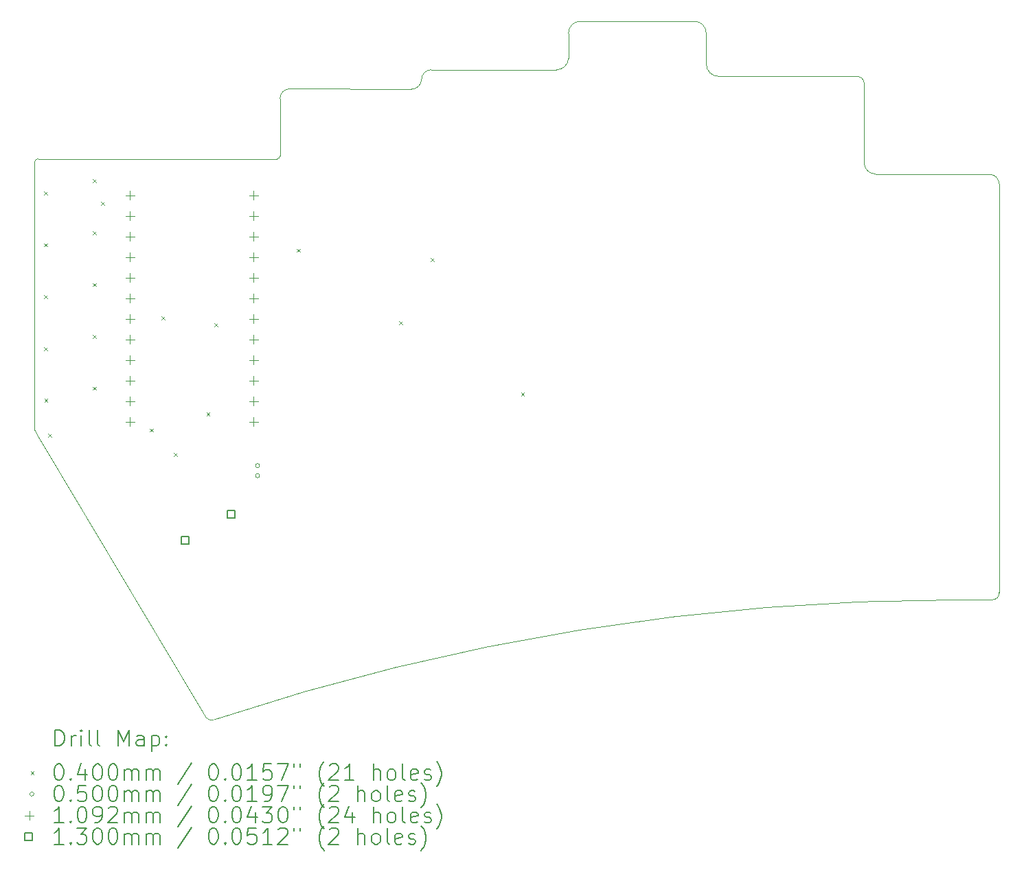
<source format=gbr>
%TF.GenerationSoftware,KiCad,Pcbnew,7.0.6*%
%TF.CreationDate,2024-09-20T23:27:32+02:00*%
%TF.ProjectId,KoalaKeeb_v0.2_right,4b6f616c-614b-4656-9562-5f76302e325f,rev?*%
%TF.SameCoordinates,Original*%
%TF.FileFunction,Drillmap*%
%TF.FilePolarity,Positive*%
%FSLAX45Y45*%
G04 Gerber Fmt 4.5, Leading zero omitted, Abs format (unit mm)*
G04 Created by KiCad (PCBNEW 7.0.6) date 2024-09-20 23:27:32*
%MOMM*%
%LPD*%
G01*
G04 APERTURE LIST*
%ADD10C,0.100000*%
%ADD11C,0.200000*%
%ADD12C,0.040000*%
%ADD13C,0.050000*%
%ADD14C,0.109220*%
%ADD15C,0.130000*%
G04 APERTURE END LIST*
D10*
X10395331Y-2753086D02*
G75*
G03*
X10541397Y-2612960I-3J146195D01*
G01*
X12241397Y-2302960D02*
G75*
G03*
X12091397Y-2152960I-150000J0D01*
G01*
X8606250Y-2992648D02*
G75*
G03*
X8730981Y-2872960I-4J124841D01*
G01*
X12241397Y-2682960D02*
G75*
G03*
X12391397Y-2832960I150000J0D01*
G01*
X15771397Y-9292960D02*
G75*
G03*
X15851000Y-9205000I0J80000D01*
G01*
X4005397Y-3851960D02*
X6924397Y-3852960D01*
X8851397Y-2752542D02*
G75*
G03*
X8730981Y-2872960I0J-120416D01*
G01*
X12241397Y-2682960D02*
X12241397Y-2302960D01*
X15301397Y-9295600D02*
X15771397Y-9292960D01*
X6948397Y-3852957D02*
G75*
G03*
X6987390Y-3813875I2999J36000D01*
G01*
X15851812Y-4162960D02*
G75*
G03*
X15731398Y-4042544I-120417J-2D01*
G01*
X6986128Y-3108107D02*
X6986397Y-3813960D01*
X6077397Y-10748960D02*
X3986397Y-7242960D01*
X15851000Y-9205000D02*
X15851397Y-5902960D01*
X4005397Y-3851957D02*
G75*
G03*
X3957397Y-3899960I0J-48000D01*
G01*
X14099397Y-2833960D02*
X12391397Y-2832960D01*
X3957396Y-7180960D02*
G75*
G03*
X3961926Y-7201196I43001J-997D01*
G01*
X3961926Y-7201196D02*
X3986397Y-7242960D01*
X6077527Y-10748867D02*
G75*
G03*
X6181090Y-10772039I64870J46909D01*
G01*
X10541397Y-2302960D02*
X10541397Y-2612960D01*
X15731398Y-4042544D02*
X14512397Y-4040960D01*
X10395331Y-2753086D02*
X8851397Y-2752960D01*
X7106544Y-2987688D02*
G75*
G03*
X6986128Y-3108107I3J-120419D01*
G01*
X12091397Y-2152960D02*
X10691397Y-2152960D01*
X3957397Y-3899960D02*
X3957397Y-7180960D01*
X15301397Y-9295600D02*
G75*
G03*
X6181090Y-10772039I0J-28907360D01*
G01*
X6924397Y-3852960D02*
X6948397Y-3852960D01*
X15851812Y-4162960D02*
X15851397Y-5182960D01*
X8606250Y-2992650D02*
X7106544Y-2987691D01*
X10691397Y-2152960D02*
G75*
G03*
X10541397Y-2302960I0J-150000D01*
G01*
X15851397Y-5182960D02*
X15851397Y-5902960D01*
X14188397Y-3901960D02*
G75*
G03*
X14326397Y-4038964I138000J1000D01*
G01*
X14326397Y-4038964D02*
X14512397Y-4040960D01*
X14188402Y-2923960D02*
X14188397Y-3901960D01*
X14188402Y-2923960D02*
G75*
G03*
X14099397Y-2833960I-90005J0D01*
G01*
D11*
D12*
X4078000Y-5534000D02*
X4118000Y-5574000D01*
X4118000Y-5534000D02*
X4078000Y-5574000D01*
X4079000Y-4254000D02*
X4119000Y-4294000D01*
X4119000Y-4254000D02*
X4079000Y-4294000D01*
X4079000Y-6175000D02*
X4119000Y-6215000D01*
X4119000Y-6175000D02*
X4079000Y-6215000D01*
X4080000Y-4894000D02*
X4120000Y-4934000D01*
X4120000Y-4894000D02*
X4080000Y-4934000D01*
X4082000Y-6814000D02*
X4122000Y-6854000D01*
X4122000Y-6814000D02*
X4082000Y-6854000D01*
X4127000Y-7245000D02*
X4167000Y-7285000D01*
X4167000Y-7245000D02*
X4127000Y-7285000D01*
X4677000Y-4104000D02*
X4717000Y-4144000D01*
X4717000Y-4104000D02*
X4677000Y-4144000D01*
X4679000Y-4744000D02*
X4719000Y-4784000D01*
X4719000Y-4744000D02*
X4679000Y-4784000D01*
X4679000Y-5386000D02*
X4719000Y-5426000D01*
X4719000Y-5386000D02*
X4679000Y-5426000D01*
X4679000Y-6025000D02*
X4719000Y-6065000D01*
X4719000Y-6025000D02*
X4679000Y-6065000D01*
X4679000Y-6665000D02*
X4719000Y-6705000D01*
X4719000Y-6665000D02*
X4679000Y-6705000D01*
X4780000Y-4380000D02*
X4820000Y-4420000D01*
X4820000Y-4380000D02*
X4780000Y-4420000D01*
X5380000Y-7180000D02*
X5420000Y-7220000D01*
X5420000Y-7180000D02*
X5380000Y-7220000D01*
X5528000Y-5795000D02*
X5568000Y-5835000D01*
X5568000Y-5795000D02*
X5528000Y-5835000D01*
X5680000Y-7480000D02*
X5720000Y-7520000D01*
X5720000Y-7480000D02*
X5680000Y-7520000D01*
X6080000Y-6980000D02*
X6120000Y-7020000D01*
X6120000Y-6980000D02*
X6080000Y-7020000D01*
X6180000Y-5880000D02*
X6220000Y-5920000D01*
X6220000Y-5880000D02*
X6180000Y-5920000D01*
X7194000Y-4962000D02*
X7234000Y-5002000D01*
X7234000Y-4962000D02*
X7194000Y-5002000D01*
X8453000Y-5854000D02*
X8493000Y-5894000D01*
X8493000Y-5854000D02*
X8453000Y-5894000D01*
X8845000Y-5079000D02*
X8885000Y-5119000D01*
X8885000Y-5079000D02*
X8845000Y-5119000D01*
X9958000Y-6736000D02*
X9998000Y-6776000D01*
X9998000Y-6736000D02*
X9958000Y-6776000D01*
D13*
X6734600Y-7637500D02*
G75*
G03*
X6734600Y-7637500I-25000J0D01*
G01*
X6734600Y-7762500D02*
G75*
G03*
X6734600Y-7762500I-25000J0D01*
G01*
D14*
X5138000Y-4248390D02*
X5138000Y-4357610D01*
X5083390Y-4303000D02*
X5192610Y-4303000D01*
X5138000Y-4502390D02*
X5138000Y-4611610D01*
X5083390Y-4557000D02*
X5192610Y-4557000D01*
X5138000Y-4756390D02*
X5138000Y-4865610D01*
X5083390Y-4811000D02*
X5192610Y-4811000D01*
X5138000Y-5010390D02*
X5138000Y-5119610D01*
X5083390Y-5065000D02*
X5192610Y-5065000D01*
X5138000Y-5264390D02*
X5138000Y-5373610D01*
X5083390Y-5319000D02*
X5192610Y-5319000D01*
X5138000Y-5518390D02*
X5138000Y-5627610D01*
X5083390Y-5573000D02*
X5192610Y-5573000D01*
X5138000Y-5772390D02*
X5138000Y-5881610D01*
X5083390Y-5827000D02*
X5192610Y-5827000D01*
X5138000Y-6026390D02*
X5138000Y-6135610D01*
X5083390Y-6081000D02*
X5192610Y-6081000D01*
X5138000Y-6280390D02*
X5138000Y-6389610D01*
X5083390Y-6335000D02*
X5192610Y-6335000D01*
X5138000Y-6534390D02*
X5138000Y-6643610D01*
X5083390Y-6589000D02*
X5192610Y-6589000D01*
X5138000Y-6788390D02*
X5138000Y-6897610D01*
X5083390Y-6843000D02*
X5192610Y-6843000D01*
X5138000Y-7042390D02*
X5138000Y-7151610D01*
X5083390Y-7097000D02*
X5192610Y-7097000D01*
X6662000Y-4248390D02*
X6662000Y-4357610D01*
X6607390Y-4303000D02*
X6716610Y-4303000D01*
X6662000Y-4502390D02*
X6662000Y-4611610D01*
X6607390Y-4557000D02*
X6716610Y-4557000D01*
X6662000Y-4756390D02*
X6662000Y-4865610D01*
X6607390Y-4811000D02*
X6716610Y-4811000D01*
X6662000Y-5010390D02*
X6662000Y-5119610D01*
X6607390Y-5065000D02*
X6716610Y-5065000D01*
X6662000Y-5264390D02*
X6662000Y-5373610D01*
X6607390Y-5319000D02*
X6716610Y-5319000D01*
X6662000Y-5518390D02*
X6662000Y-5627610D01*
X6607390Y-5573000D02*
X6716610Y-5573000D01*
X6662000Y-5772390D02*
X6662000Y-5881610D01*
X6607390Y-5827000D02*
X6716610Y-5827000D01*
X6662000Y-6026390D02*
X6662000Y-6135610D01*
X6607390Y-6081000D02*
X6716610Y-6081000D01*
X6662000Y-6280390D02*
X6662000Y-6389610D01*
X6607390Y-6335000D02*
X6716610Y-6335000D01*
X6662000Y-6534390D02*
X6662000Y-6643610D01*
X6607390Y-6589000D02*
X6716610Y-6589000D01*
X6662000Y-6788390D02*
X6662000Y-6897610D01*
X6607390Y-6843000D02*
X6716610Y-6843000D01*
X6662000Y-7042390D02*
X6662000Y-7151610D01*
X6607390Y-7097000D02*
X6716610Y-7097000D01*
D15*
X5864504Y-8608462D02*
X5864504Y-8516538D01*
X5772579Y-8516538D01*
X5772579Y-8608462D01*
X5864504Y-8608462D01*
X6427421Y-8283462D02*
X6427421Y-8191538D01*
X6335496Y-8191538D01*
X6335496Y-8283462D01*
X6427421Y-8283462D01*
D11*
X4213161Y-11098495D02*
X4213161Y-10898495D01*
X4213161Y-10898495D02*
X4260780Y-10898495D01*
X4260780Y-10898495D02*
X4289351Y-10908018D01*
X4289351Y-10908018D02*
X4308399Y-10927066D01*
X4308399Y-10927066D02*
X4317923Y-10946114D01*
X4317923Y-10946114D02*
X4327447Y-10984209D01*
X4327447Y-10984209D02*
X4327447Y-11012780D01*
X4327447Y-11012780D02*
X4317923Y-11050876D01*
X4317923Y-11050876D02*
X4308399Y-11069923D01*
X4308399Y-11069923D02*
X4289351Y-11088971D01*
X4289351Y-11088971D02*
X4260780Y-11098495D01*
X4260780Y-11098495D02*
X4213161Y-11098495D01*
X4413161Y-11098495D02*
X4413161Y-10965161D01*
X4413161Y-11003257D02*
X4422685Y-10984209D01*
X4422685Y-10984209D02*
X4432208Y-10974685D01*
X4432208Y-10974685D02*
X4451256Y-10965161D01*
X4451256Y-10965161D02*
X4470304Y-10965161D01*
X4536970Y-11098495D02*
X4536970Y-10965161D01*
X4536970Y-10898495D02*
X4527447Y-10908018D01*
X4527447Y-10908018D02*
X4536970Y-10917542D01*
X4536970Y-10917542D02*
X4546494Y-10908018D01*
X4546494Y-10908018D02*
X4536970Y-10898495D01*
X4536970Y-10898495D02*
X4536970Y-10917542D01*
X4660780Y-11098495D02*
X4641732Y-11088971D01*
X4641732Y-11088971D02*
X4632208Y-11069923D01*
X4632208Y-11069923D02*
X4632208Y-10898495D01*
X4765542Y-11098495D02*
X4746494Y-11088971D01*
X4746494Y-11088971D02*
X4736970Y-11069923D01*
X4736970Y-11069923D02*
X4736970Y-10898495D01*
X4994113Y-11098495D02*
X4994113Y-10898495D01*
X4994113Y-10898495D02*
X5060780Y-11041352D01*
X5060780Y-11041352D02*
X5127447Y-10898495D01*
X5127447Y-10898495D02*
X5127447Y-11098495D01*
X5308399Y-11098495D02*
X5308399Y-10993733D01*
X5308399Y-10993733D02*
X5298875Y-10974685D01*
X5298875Y-10974685D02*
X5279828Y-10965161D01*
X5279828Y-10965161D02*
X5241732Y-10965161D01*
X5241732Y-10965161D02*
X5222685Y-10974685D01*
X5308399Y-11088971D02*
X5289351Y-11098495D01*
X5289351Y-11098495D02*
X5241732Y-11098495D01*
X5241732Y-11098495D02*
X5222685Y-11088971D01*
X5222685Y-11088971D02*
X5213161Y-11069923D01*
X5213161Y-11069923D02*
X5213161Y-11050876D01*
X5213161Y-11050876D02*
X5222685Y-11031828D01*
X5222685Y-11031828D02*
X5241732Y-11022304D01*
X5241732Y-11022304D02*
X5289351Y-11022304D01*
X5289351Y-11022304D02*
X5308399Y-11012780D01*
X5403637Y-10965161D02*
X5403637Y-11165161D01*
X5403637Y-10974685D02*
X5422685Y-10965161D01*
X5422685Y-10965161D02*
X5460780Y-10965161D01*
X5460780Y-10965161D02*
X5479828Y-10974685D01*
X5479828Y-10974685D02*
X5489351Y-10984209D01*
X5489351Y-10984209D02*
X5498875Y-11003257D01*
X5498875Y-11003257D02*
X5498875Y-11060399D01*
X5498875Y-11060399D02*
X5489351Y-11079447D01*
X5489351Y-11079447D02*
X5479828Y-11088971D01*
X5479828Y-11088971D02*
X5460780Y-11098495D01*
X5460780Y-11098495D02*
X5422685Y-11098495D01*
X5422685Y-11098495D02*
X5403637Y-11088971D01*
X5584589Y-11079447D02*
X5594113Y-11088971D01*
X5594113Y-11088971D02*
X5584589Y-11098495D01*
X5584589Y-11098495D02*
X5575066Y-11088971D01*
X5575066Y-11088971D02*
X5584589Y-11079447D01*
X5584589Y-11079447D02*
X5584589Y-11098495D01*
X5584589Y-10974685D02*
X5594113Y-10984209D01*
X5594113Y-10984209D02*
X5584589Y-10993733D01*
X5584589Y-10993733D02*
X5575066Y-10984209D01*
X5575066Y-10984209D02*
X5584589Y-10974685D01*
X5584589Y-10974685D02*
X5584589Y-10993733D01*
D12*
X3912384Y-11407011D02*
X3952384Y-11447011D01*
X3952384Y-11407011D02*
X3912384Y-11447011D01*
D11*
X4251256Y-11318495D02*
X4270304Y-11318495D01*
X4270304Y-11318495D02*
X4289351Y-11328018D01*
X4289351Y-11328018D02*
X4298875Y-11337542D01*
X4298875Y-11337542D02*
X4308399Y-11356590D01*
X4308399Y-11356590D02*
X4317923Y-11394685D01*
X4317923Y-11394685D02*
X4317923Y-11442304D01*
X4317923Y-11442304D02*
X4308399Y-11480399D01*
X4308399Y-11480399D02*
X4298875Y-11499447D01*
X4298875Y-11499447D02*
X4289351Y-11508971D01*
X4289351Y-11508971D02*
X4270304Y-11518495D01*
X4270304Y-11518495D02*
X4251256Y-11518495D01*
X4251256Y-11518495D02*
X4232208Y-11508971D01*
X4232208Y-11508971D02*
X4222685Y-11499447D01*
X4222685Y-11499447D02*
X4213161Y-11480399D01*
X4213161Y-11480399D02*
X4203637Y-11442304D01*
X4203637Y-11442304D02*
X4203637Y-11394685D01*
X4203637Y-11394685D02*
X4213161Y-11356590D01*
X4213161Y-11356590D02*
X4222685Y-11337542D01*
X4222685Y-11337542D02*
X4232208Y-11328018D01*
X4232208Y-11328018D02*
X4251256Y-11318495D01*
X4403637Y-11499447D02*
X4413161Y-11508971D01*
X4413161Y-11508971D02*
X4403637Y-11518495D01*
X4403637Y-11518495D02*
X4394113Y-11508971D01*
X4394113Y-11508971D02*
X4403637Y-11499447D01*
X4403637Y-11499447D02*
X4403637Y-11518495D01*
X4584589Y-11385161D02*
X4584589Y-11518495D01*
X4536970Y-11308971D02*
X4489351Y-11451828D01*
X4489351Y-11451828D02*
X4613161Y-11451828D01*
X4727447Y-11318495D02*
X4746494Y-11318495D01*
X4746494Y-11318495D02*
X4765542Y-11328018D01*
X4765542Y-11328018D02*
X4775066Y-11337542D01*
X4775066Y-11337542D02*
X4784589Y-11356590D01*
X4784589Y-11356590D02*
X4794113Y-11394685D01*
X4794113Y-11394685D02*
X4794113Y-11442304D01*
X4794113Y-11442304D02*
X4784589Y-11480399D01*
X4784589Y-11480399D02*
X4775066Y-11499447D01*
X4775066Y-11499447D02*
X4765542Y-11508971D01*
X4765542Y-11508971D02*
X4746494Y-11518495D01*
X4746494Y-11518495D02*
X4727447Y-11518495D01*
X4727447Y-11518495D02*
X4708399Y-11508971D01*
X4708399Y-11508971D02*
X4698875Y-11499447D01*
X4698875Y-11499447D02*
X4689351Y-11480399D01*
X4689351Y-11480399D02*
X4679828Y-11442304D01*
X4679828Y-11442304D02*
X4679828Y-11394685D01*
X4679828Y-11394685D02*
X4689351Y-11356590D01*
X4689351Y-11356590D02*
X4698875Y-11337542D01*
X4698875Y-11337542D02*
X4708399Y-11328018D01*
X4708399Y-11328018D02*
X4727447Y-11318495D01*
X4917923Y-11318495D02*
X4936970Y-11318495D01*
X4936970Y-11318495D02*
X4956018Y-11328018D01*
X4956018Y-11328018D02*
X4965542Y-11337542D01*
X4965542Y-11337542D02*
X4975066Y-11356590D01*
X4975066Y-11356590D02*
X4984589Y-11394685D01*
X4984589Y-11394685D02*
X4984589Y-11442304D01*
X4984589Y-11442304D02*
X4975066Y-11480399D01*
X4975066Y-11480399D02*
X4965542Y-11499447D01*
X4965542Y-11499447D02*
X4956018Y-11508971D01*
X4956018Y-11508971D02*
X4936970Y-11518495D01*
X4936970Y-11518495D02*
X4917923Y-11518495D01*
X4917923Y-11518495D02*
X4898875Y-11508971D01*
X4898875Y-11508971D02*
X4889351Y-11499447D01*
X4889351Y-11499447D02*
X4879828Y-11480399D01*
X4879828Y-11480399D02*
X4870304Y-11442304D01*
X4870304Y-11442304D02*
X4870304Y-11394685D01*
X4870304Y-11394685D02*
X4879828Y-11356590D01*
X4879828Y-11356590D02*
X4889351Y-11337542D01*
X4889351Y-11337542D02*
X4898875Y-11328018D01*
X4898875Y-11328018D02*
X4917923Y-11318495D01*
X5070304Y-11518495D02*
X5070304Y-11385161D01*
X5070304Y-11404209D02*
X5079828Y-11394685D01*
X5079828Y-11394685D02*
X5098875Y-11385161D01*
X5098875Y-11385161D02*
X5127447Y-11385161D01*
X5127447Y-11385161D02*
X5146494Y-11394685D01*
X5146494Y-11394685D02*
X5156018Y-11413733D01*
X5156018Y-11413733D02*
X5156018Y-11518495D01*
X5156018Y-11413733D02*
X5165542Y-11394685D01*
X5165542Y-11394685D02*
X5184589Y-11385161D01*
X5184589Y-11385161D02*
X5213161Y-11385161D01*
X5213161Y-11385161D02*
X5232209Y-11394685D01*
X5232209Y-11394685D02*
X5241732Y-11413733D01*
X5241732Y-11413733D02*
X5241732Y-11518495D01*
X5336970Y-11518495D02*
X5336970Y-11385161D01*
X5336970Y-11404209D02*
X5346494Y-11394685D01*
X5346494Y-11394685D02*
X5365542Y-11385161D01*
X5365542Y-11385161D02*
X5394113Y-11385161D01*
X5394113Y-11385161D02*
X5413161Y-11394685D01*
X5413161Y-11394685D02*
X5422685Y-11413733D01*
X5422685Y-11413733D02*
X5422685Y-11518495D01*
X5422685Y-11413733D02*
X5432209Y-11394685D01*
X5432209Y-11394685D02*
X5451256Y-11385161D01*
X5451256Y-11385161D02*
X5479828Y-11385161D01*
X5479828Y-11385161D02*
X5498875Y-11394685D01*
X5498875Y-11394685D02*
X5508399Y-11413733D01*
X5508399Y-11413733D02*
X5508399Y-11518495D01*
X5898875Y-11308971D02*
X5727447Y-11566114D01*
X6156018Y-11318495D02*
X6175066Y-11318495D01*
X6175066Y-11318495D02*
X6194113Y-11328018D01*
X6194113Y-11328018D02*
X6203637Y-11337542D01*
X6203637Y-11337542D02*
X6213161Y-11356590D01*
X6213161Y-11356590D02*
X6222685Y-11394685D01*
X6222685Y-11394685D02*
X6222685Y-11442304D01*
X6222685Y-11442304D02*
X6213161Y-11480399D01*
X6213161Y-11480399D02*
X6203637Y-11499447D01*
X6203637Y-11499447D02*
X6194113Y-11508971D01*
X6194113Y-11508971D02*
X6175066Y-11518495D01*
X6175066Y-11518495D02*
X6156018Y-11518495D01*
X6156018Y-11518495D02*
X6136970Y-11508971D01*
X6136970Y-11508971D02*
X6127447Y-11499447D01*
X6127447Y-11499447D02*
X6117923Y-11480399D01*
X6117923Y-11480399D02*
X6108399Y-11442304D01*
X6108399Y-11442304D02*
X6108399Y-11394685D01*
X6108399Y-11394685D02*
X6117923Y-11356590D01*
X6117923Y-11356590D02*
X6127447Y-11337542D01*
X6127447Y-11337542D02*
X6136970Y-11328018D01*
X6136970Y-11328018D02*
X6156018Y-11318495D01*
X6308399Y-11499447D02*
X6317923Y-11508971D01*
X6317923Y-11508971D02*
X6308399Y-11518495D01*
X6308399Y-11518495D02*
X6298875Y-11508971D01*
X6298875Y-11508971D02*
X6308399Y-11499447D01*
X6308399Y-11499447D02*
X6308399Y-11518495D01*
X6441732Y-11318495D02*
X6460780Y-11318495D01*
X6460780Y-11318495D02*
X6479828Y-11328018D01*
X6479828Y-11328018D02*
X6489351Y-11337542D01*
X6489351Y-11337542D02*
X6498875Y-11356590D01*
X6498875Y-11356590D02*
X6508399Y-11394685D01*
X6508399Y-11394685D02*
X6508399Y-11442304D01*
X6508399Y-11442304D02*
X6498875Y-11480399D01*
X6498875Y-11480399D02*
X6489351Y-11499447D01*
X6489351Y-11499447D02*
X6479828Y-11508971D01*
X6479828Y-11508971D02*
X6460780Y-11518495D01*
X6460780Y-11518495D02*
X6441732Y-11518495D01*
X6441732Y-11518495D02*
X6422685Y-11508971D01*
X6422685Y-11508971D02*
X6413161Y-11499447D01*
X6413161Y-11499447D02*
X6403637Y-11480399D01*
X6403637Y-11480399D02*
X6394113Y-11442304D01*
X6394113Y-11442304D02*
X6394113Y-11394685D01*
X6394113Y-11394685D02*
X6403637Y-11356590D01*
X6403637Y-11356590D02*
X6413161Y-11337542D01*
X6413161Y-11337542D02*
X6422685Y-11328018D01*
X6422685Y-11328018D02*
X6441732Y-11318495D01*
X6698875Y-11518495D02*
X6584590Y-11518495D01*
X6641732Y-11518495D02*
X6641732Y-11318495D01*
X6641732Y-11318495D02*
X6622685Y-11347066D01*
X6622685Y-11347066D02*
X6603637Y-11366114D01*
X6603637Y-11366114D02*
X6584590Y-11375637D01*
X6879828Y-11318495D02*
X6784590Y-11318495D01*
X6784590Y-11318495D02*
X6775066Y-11413733D01*
X6775066Y-11413733D02*
X6784590Y-11404209D01*
X6784590Y-11404209D02*
X6803637Y-11394685D01*
X6803637Y-11394685D02*
X6851256Y-11394685D01*
X6851256Y-11394685D02*
X6870304Y-11404209D01*
X6870304Y-11404209D02*
X6879828Y-11413733D01*
X6879828Y-11413733D02*
X6889351Y-11432780D01*
X6889351Y-11432780D02*
X6889351Y-11480399D01*
X6889351Y-11480399D02*
X6879828Y-11499447D01*
X6879828Y-11499447D02*
X6870304Y-11508971D01*
X6870304Y-11508971D02*
X6851256Y-11518495D01*
X6851256Y-11518495D02*
X6803637Y-11518495D01*
X6803637Y-11518495D02*
X6784590Y-11508971D01*
X6784590Y-11508971D02*
X6775066Y-11499447D01*
X6956018Y-11318495D02*
X7089351Y-11318495D01*
X7089351Y-11318495D02*
X7003637Y-11518495D01*
X7156018Y-11318495D02*
X7156018Y-11356590D01*
X7232209Y-11318495D02*
X7232209Y-11356590D01*
X7527447Y-11594685D02*
X7517923Y-11585161D01*
X7517923Y-11585161D02*
X7498875Y-11556590D01*
X7498875Y-11556590D02*
X7489352Y-11537542D01*
X7489352Y-11537542D02*
X7479828Y-11508971D01*
X7479828Y-11508971D02*
X7470304Y-11461352D01*
X7470304Y-11461352D02*
X7470304Y-11423256D01*
X7470304Y-11423256D02*
X7479828Y-11375637D01*
X7479828Y-11375637D02*
X7489352Y-11347066D01*
X7489352Y-11347066D02*
X7498875Y-11328018D01*
X7498875Y-11328018D02*
X7517923Y-11299447D01*
X7517923Y-11299447D02*
X7527447Y-11289923D01*
X7594113Y-11337542D02*
X7603637Y-11328018D01*
X7603637Y-11328018D02*
X7622685Y-11318495D01*
X7622685Y-11318495D02*
X7670304Y-11318495D01*
X7670304Y-11318495D02*
X7689352Y-11328018D01*
X7689352Y-11328018D02*
X7698875Y-11337542D01*
X7698875Y-11337542D02*
X7708399Y-11356590D01*
X7708399Y-11356590D02*
X7708399Y-11375637D01*
X7708399Y-11375637D02*
X7698875Y-11404209D01*
X7698875Y-11404209D02*
X7584590Y-11518495D01*
X7584590Y-11518495D02*
X7708399Y-11518495D01*
X7898875Y-11518495D02*
X7784590Y-11518495D01*
X7841732Y-11518495D02*
X7841732Y-11318495D01*
X7841732Y-11318495D02*
X7822685Y-11347066D01*
X7822685Y-11347066D02*
X7803637Y-11366114D01*
X7803637Y-11366114D02*
X7784590Y-11375637D01*
X8136971Y-11518495D02*
X8136971Y-11318495D01*
X8222685Y-11518495D02*
X8222685Y-11413733D01*
X8222685Y-11413733D02*
X8213161Y-11394685D01*
X8213161Y-11394685D02*
X8194114Y-11385161D01*
X8194114Y-11385161D02*
X8165542Y-11385161D01*
X8165542Y-11385161D02*
X8146494Y-11394685D01*
X8146494Y-11394685D02*
X8136971Y-11404209D01*
X8346494Y-11518495D02*
X8327447Y-11508971D01*
X8327447Y-11508971D02*
X8317923Y-11499447D01*
X8317923Y-11499447D02*
X8308399Y-11480399D01*
X8308399Y-11480399D02*
X8308399Y-11423256D01*
X8308399Y-11423256D02*
X8317923Y-11404209D01*
X8317923Y-11404209D02*
X8327447Y-11394685D01*
X8327447Y-11394685D02*
X8346494Y-11385161D01*
X8346494Y-11385161D02*
X8375066Y-11385161D01*
X8375066Y-11385161D02*
X8394114Y-11394685D01*
X8394114Y-11394685D02*
X8403637Y-11404209D01*
X8403637Y-11404209D02*
X8413161Y-11423256D01*
X8413161Y-11423256D02*
X8413161Y-11480399D01*
X8413161Y-11480399D02*
X8403637Y-11499447D01*
X8403637Y-11499447D02*
X8394114Y-11508971D01*
X8394114Y-11508971D02*
X8375066Y-11518495D01*
X8375066Y-11518495D02*
X8346494Y-11518495D01*
X8527447Y-11518495D02*
X8508399Y-11508971D01*
X8508399Y-11508971D02*
X8498876Y-11489923D01*
X8498876Y-11489923D02*
X8498876Y-11318495D01*
X8679828Y-11508971D02*
X8660780Y-11518495D01*
X8660780Y-11518495D02*
X8622685Y-11518495D01*
X8622685Y-11518495D02*
X8603637Y-11508971D01*
X8603637Y-11508971D02*
X8594114Y-11489923D01*
X8594114Y-11489923D02*
X8594114Y-11413733D01*
X8594114Y-11413733D02*
X8603637Y-11394685D01*
X8603637Y-11394685D02*
X8622685Y-11385161D01*
X8622685Y-11385161D02*
X8660780Y-11385161D01*
X8660780Y-11385161D02*
X8679828Y-11394685D01*
X8679828Y-11394685D02*
X8689352Y-11413733D01*
X8689352Y-11413733D02*
X8689352Y-11432780D01*
X8689352Y-11432780D02*
X8594114Y-11451828D01*
X8765542Y-11508971D02*
X8784590Y-11518495D01*
X8784590Y-11518495D02*
X8822685Y-11518495D01*
X8822685Y-11518495D02*
X8841733Y-11508971D01*
X8841733Y-11508971D02*
X8851257Y-11489923D01*
X8851257Y-11489923D02*
X8851257Y-11480399D01*
X8851257Y-11480399D02*
X8841733Y-11461352D01*
X8841733Y-11461352D02*
X8822685Y-11451828D01*
X8822685Y-11451828D02*
X8794114Y-11451828D01*
X8794114Y-11451828D02*
X8775066Y-11442304D01*
X8775066Y-11442304D02*
X8765542Y-11423256D01*
X8765542Y-11423256D02*
X8765542Y-11413733D01*
X8765542Y-11413733D02*
X8775066Y-11394685D01*
X8775066Y-11394685D02*
X8794114Y-11385161D01*
X8794114Y-11385161D02*
X8822685Y-11385161D01*
X8822685Y-11385161D02*
X8841733Y-11394685D01*
X8917923Y-11594685D02*
X8927447Y-11585161D01*
X8927447Y-11585161D02*
X8946495Y-11556590D01*
X8946495Y-11556590D02*
X8956018Y-11537542D01*
X8956018Y-11537542D02*
X8965542Y-11508971D01*
X8965542Y-11508971D02*
X8975066Y-11461352D01*
X8975066Y-11461352D02*
X8975066Y-11423256D01*
X8975066Y-11423256D02*
X8965542Y-11375637D01*
X8965542Y-11375637D02*
X8956018Y-11347066D01*
X8956018Y-11347066D02*
X8946495Y-11328018D01*
X8946495Y-11328018D02*
X8927447Y-11299447D01*
X8927447Y-11299447D02*
X8917923Y-11289923D01*
D13*
X3952384Y-11691011D02*
G75*
G03*
X3952384Y-11691011I-25000J0D01*
G01*
D11*
X4251256Y-11582495D02*
X4270304Y-11582495D01*
X4270304Y-11582495D02*
X4289351Y-11592018D01*
X4289351Y-11592018D02*
X4298875Y-11601542D01*
X4298875Y-11601542D02*
X4308399Y-11620590D01*
X4308399Y-11620590D02*
X4317923Y-11658685D01*
X4317923Y-11658685D02*
X4317923Y-11706304D01*
X4317923Y-11706304D02*
X4308399Y-11744399D01*
X4308399Y-11744399D02*
X4298875Y-11763447D01*
X4298875Y-11763447D02*
X4289351Y-11772971D01*
X4289351Y-11772971D02*
X4270304Y-11782495D01*
X4270304Y-11782495D02*
X4251256Y-11782495D01*
X4251256Y-11782495D02*
X4232208Y-11772971D01*
X4232208Y-11772971D02*
X4222685Y-11763447D01*
X4222685Y-11763447D02*
X4213161Y-11744399D01*
X4213161Y-11744399D02*
X4203637Y-11706304D01*
X4203637Y-11706304D02*
X4203637Y-11658685D01*
X4203637Y-11658685D02*
X4213161Y-11620590D01*
X4213161Y-11620590D02*
X4222685Y-11601542D01*
X4222685Y-11601542D02*
X4232208Y-11592018D01*
X4232208Y-11592018D02*
X4251256Y-11582495D01*
X4403637Y-11763447D02*
X4413161Y-11772971D01*
X4413161Y-11772971D02*
X4403637Y-11782495D01*
X4403637Y-11782495D02*
X4394113Y-11772971D01*
X4394113Y-11772971D02*
X4403637Y-11763447D01*
X4403637Y-11763447D02*
X4403637Y-11782495D01*
X4594113Y-11582495D02*
X4498875Y-11582495D01*
X4498875Y-11582495D02*
X4489351Y-11677733D01*
X4489351Y-11677733D02*
X4498875Y-11668209D01*
X4498875Y-11668209D02*
X4517923Y-11658685D01*
X4517923Y-11658685D02*
X4565542Y-11658685D01*
X4565542Y-11658685D02*
X4584589Y-11668209D01*
X4584589Y-11668209D02*
X4594113Y-11677733D01*
X4594113Y-11677733D02*
X4603637Y-11696780D01*
X4603637Y-11696780D02*
X4603637Y-11744399D01*
X4603637Y-11744399D02*
X4594113Y-11763447D01*
X4594113Y-11763447D02*
X4584589Y-11772971D01*
X4584589Y-11772971D02*
X4565542Y-11782495D01*
X4565542Y-11782495D02*
X4517923Y-11782495D01*
X4517923Y-11782495D02*
X4498875Y-11772971D01*
X4498875Y-11772971D02*
X4489351Y-11763447D01*
X4727447Y-11582495D02*
X4746494Y-11582495D01*
X4746494Y-11582495D02*
X4765542Y-11592018D01*
X4765542Y-11592018D02*
X4775066Y-11601542D01*
X4775066Y-11601542D02*
X4784589Y-11620590D01*
X4784589Y-11620590D02*
X4794113Y-11658685D01*
X4794113Y-11658685D02*
X4794113Y-11706304D01*
X4794113Y-11706304D02*
X4784589Y-11744399D01*
X4784589Y-11744399D02*
X4775066Y-11763447D01*
X4775066Y-11763447D02*
X4765542Y-11772971D01*
X4765542Y-11772971D02*
X4746494Y-11782495D01*
X4746494Y-11782495D02*
X4727447Y-11782495D01*
X4727447Y-11782495D02*
X4708399Y-11772971D01*
X4708399Y-11772971D02*
X4698875Y-11763447D01*
X4698875Y-11763447D02*
X4689351Y-11744399D01*
X4689351Y-11744399D02*
X4679828Y-11706304D01*
X4679828Y-11706304D02*
X4679828Y-11658685D01*
X4679828Y-11658685D02*
X4689351Y-11620590D01*
X4689351Y-11620590D02*
X4698875Y-11601542D01*
X4698875Y-11601542D02*
X4708399Y-11592018D01*
X4708399Y-11592018D02*
X4727447Y-11582495D01*
X4917923Y-11582495D02*
X4936970Y-11582495D01*
X4936970Y-11582495D02*
X4956018Y-11592018D01*
X4956018Y-11592018D02*
X4965542Y-11601542D01*
X4965542Y-11601542D02*
X4975066Y-11620590D01*
X4975066Y-11620590D02*
X4984589Y-11658685D01*
X4984589Y-11658685D02*
X4984589Y-11706304D01*
X4984589Y-11706304D02*
X4975066Y-11744399D01*
X4975066Y-11744399D02*
X4965542Y-11763447D01*
X4965542Y-11763447D02*
X4956018Y-11772971D01*
X4956018Y-11772971D02*
X4936970Y-11782495D01*
X4936970Y-11782495D02*
X4917923Y-11782495D01*
X4917923Y-11782495D02*
X4898875Y-11772971D01*
X4898875Y-11772971D02*
X4889351Y-11763447D01*
X4889351Y-11763447D02*
X4879828Y-11744399D01*
X4879828Y-11744399D02*
X4870304Y-11706304D01*
X4870304Y-11706304D02*
X4870304Y-11658685D01*
X4870304Y-11658685D02*
X4879828Y-11620590D01*
X4879828Y-11620590D02*
X4889351Y-11601542D01*
X4889351Y-11601542D02*
X4898875Y-11592018D01*
X4898875Y-11592018D02*
X4917923Y-11582495D01*
X5070304Y-11782495D02*
X5070304Y-11649161D01*
X5070304Y-11668209D02*
X5079828Y-11658685D01*
X5079828Y-11658685D02*
X5098875Y-11649161D01*
X5098875Y-11649161D02*
X5127447Y-11649161D01*
X5127447Y-11649161D02*
X5146494Y-11658685D01*
X5146494Y-11658685D02*
X5156018Y-11677733D01*
X5156018Y-11677733D02*
X5156018Y-11782495D01*
X5156018Y-11677733D02*
X5165542Y-11658685D01*
X5165542Y-11658685D02*
X5184589Y-11649161D01*
X5184589Y-11649161D02*
X5213161Y-11649161D01*
X5213161Y-11649161D02*
X5232209Y-11658685D01*
X5232209Y-11658685D02*
X5241732Y-11677733D01*
X5241732Y-11677733D02*
X5241732Y-11782495D01*
X5336970Y-11782495D02*
X5336970Y-11649161D01*
X5336970Y-11668209D02*
X5346494Y-11658685D01*
X5346494Y-11658685D02*
X5365542Y-11649161D01*
X5365542Y-11649161D02*
X5394113Y-11649161D01*
X5394113Y-11649161D02*
X5413161Y-11658685D01*
X5413161Y-11658685D02*
X5422685Y-11677733D01*
X5422685Y-11677733D02*
X5422685Y-11782495D01*
X5422685Y-11677733D02*
X5432209Y-11658685D01*
X5432209Y-11658685D02*
X5451256Y-11649161D01*
X5451256Y-11649161D02*
X5479828Y-11649161D01*
X5479828Y-11649161D02*
X5498875Y-11658685D01*
X5498875Y-11658685D02*
X5508399Y-11677733D01*
X5508399Y-11677733D02*
X5508399Y-11782495D01*
X5898875Y-11572971D02*
X5727447Y-11830114D01*
X6156018Y-11582495D02*
X6175066Y-11582495D01*
X6175066Y-11582495D02*
X6194113Y-11592018D01*
X6194113Y-11592018D02*
X6203637Y-11601542D01*
X6203637Y-11601542D02*
X6213161Y-11620590D01*
X6213161Y-11620590D02*
X6222685Y-11658685D01*
X6222685Y-11658685D02*
X6222685Y-11706304D01*
X6222685Y-11706304D02*
X6213161Y-11744399D01*
X6213161Y-11744399D02*
X6203637Y-11763447D01*
X6203637Y-11763447D02*
X6194113Y-11772971D01*
X6194113Y-11772971D02*
X6175066Y-11782495D01*
X6175066Y-11782495D02*
X6156018Y-11782495D01*
X6156018Y-11782495D02*
X6136970Y-11772971D01*
X6136970Y-11772971D02*
X6127447Y-11763447D01*
X6127447Y-11763447D02*
X6117923Y-11744399D01*
X6117923Y-11744399D02*
X6108399Y-11706304D01*
X6108399Y-11706304D02*
X6108399Y-11658685D01*
X6108399Y-11658685D02*
X6117923Y-11620590D01*
X6117923Y-11620590D02*
X6127447Y-11601542D01*
X6127447Y-11601542D02*
X6136970Y-11592018D01*
X6136970Y-11592018D02*
X6156018Y-11582495D01*
X6308399Y-11763447D02*
X6317923Y-11772971D01*
X6317923Y-11772971D02*
X6308399Y-11782495D01*
X6308399Y-11782495D02*
X6298875Y-11772971D01*
X6298875Y-11772971D02*
X6308399Y-11763447D01*
X6308399Y-11763447D02*
X6308399Y-11782495D01*
X6441732Y-11582495D02*
X6460780Y-11582495D01*
X6460780Y-11582495D02*
X6479828Y-11592018D01*
X6479828Y-11592018D02*
X6489351Y-11601542D01*
X6489351Y-11601542D02*
X6498875Y-11620590D01*
X6498875Y-11620590D02*
X6508399Y-11658685D01*
X6508399Y-11658685D02*
X6508399Y-11706304D01*
X6508399Y-11706304D02*
X6498875Y-11744399D01*
X6498875Y-11744399D02*
X6489351Y-11763447D01*
X6489351Y-11763447D02*
X6479828Y-11772971D01*
X6479828Y-11772971D02*
X6460780Y-11782495D01*
X6460780Y-11782495D02*
X6441732Y-11782495D01*
X6441732Y-11782495D02*
X6422685Y-11772971D01*
X6422685Y-11772971D02*
X6413161Y-11763447D01*
X6413161Y-11763447D02*
X6403637Y-11744399D01*
X6403637Y-11744399D02*
X6394113Y-11706304D01*
X6394113Y-11706304D02*
X6394113Y-11658685D01*
X6394113Y-11658685D02*
X6403637Y-11620590D01*
X6403637Y-11620590D02*
X6413161Y-11601542D01*
X6413161Y-11601542D02*
X6422685Y-11592018D01*
X6422685Y-11592018D02*
X6441732Y-11582495D01*
X6698875Y-11782495D02*
X6584590Y-11782495D01*
X6641732Y-11782495D02*
X6641732Y-11582495D01*
X6641732Y-11582495D02*
X6622685Y-11611066D01*
X6622685Y-11611066D02*
X6603637Y-11630114D01*
X6603637Y-11630114D02*
X6584590Y-11639637D01*
X6794113Y-11782495D02*
X6832209Y-11782495D01*
X6832209Y-11782495D02*
X6851256Y-11772971D01*
X6851256Y-11772971D02*
X6860780Y-11763447D01*
X6860780Y-11763447D02*
X6879828Y-11734875D01*
X6879828Y-11734875D02*
X6889351Y-11696780D01*
X6889351Y-11696780D02*
X6889351Y-11620590D01*
X6889351Y-11620590D02*
X6879828Y-11601542D01*
X6879828Y-11601542D02*
X6870304Y-11592018D01*
X6870304Y-11592018D02*
X6851256Y-11582495D01*
X6851256Y-11582495D02*
X6813161Y-11582495D01*
X6813161Y-11582495D02*
X6794113Y-11592018D01*
X6794113Y-11592018D02*
X6784590Y-11601542D01*
X6784590Y-11601542D02*
X6775066Y-11620590D01*
X6775066Y-11620590D02*
X6775066Y-11668209D01*
X6775066Y-11668209D02*
X6784590Y-11687256D01*
X6784590Y-11687256D02*
X6794113Y-11696780D01*
X6794113Y-11696780D02*
X6813161Y-11706304D01*
X6813161Y-11706304D02*
X6851256Y-11706304D01*
X6851256Y-11706304D02*
X6870304Y-11696780D01*
X6870304Y-11696780D02*
X6879828Y-11687256D01*
X6879828Y-11687256D02*
X6889351Y-11668209D01*
X6956018Y-11582495D02*
X7089351Y-11582495D01*
X7089351Y-11582495D02*
X7003637Y-11782495D01*
X7156018Y-11582495D02*
X7156018Y-11620590D01*
X7232209Y-11582495D02*
X7232209Y-11620590D01*
X7527447Y-11858685D02*
X7517923Y-11849161D01*
X7517923Y-11849161D02*
X7498875Y-11820590D01*
X7498875Y-11820590D02*
X7489352Y-11801542D01*
X7489352Y-11801542D02*
X7479828Y-11772971D01*
X7479828Y-11772971D02*
X7470304Y-11725352D01*
X7470304Y-11725352D02*
X7470304Y-11687256D01*
X7470304Y-11687256D02*
X7479828Y-11639637D01*
X7479828Y-11639637D02*
X7489352Y-11611066D01*
X7489352Y-11611066D02*
X7498875Y-11592018D01*
X7498875Y-11592018D02*
X7517923Y-11563447D01*
X7517923Y-11563447D02*
X7527447Y-11553923D01*
X7594113Y-11601542D02*
X7603637Y-11592018D01*
X7603637Y-11592018D02*
X7622685Y-11582495D01*
X7622685Y-11582495D02*
X7670304Y-11582495D01*
X7670304Y-11582495D02*
X7689352Y-11592018D01*
X7689352Y-11592018D02*
X7698875Y-11601542D01*
X7698875Y-11601542D02*
X7708399Y-11620590D01*
X7708399Y-11620590D02*
X7708399Y-11639637D01*
X7708399Y-11639637D02*
X7698875Y-11668209D01*
X7698875Y-11668209D02*
X7584590Y-11782495D01*
X7584590Y-11782495D02*
X7708399Y-11782495D01*
X7946494Y-11782495D02*
X7946494Y-11582495D01*
X8032209Y-11782495D02*
X8032209Y-11677733D01*
X8032209Y-11677733D02*
X8022685Y-11658685D01*
X8022685Y-11658685D02*
X8003637Y-11649161D01*
X8003637Y-11649161D02*
X7975066Y-11649161D01*
X7975066Y-11649161D02*
X7956018Y-11658685D01*
X7956018Y-11658685D02*
X7946494Y-11668209D01*
X8156018Y-11782495D02*
X8136971Y-11772971D01*
X8136971Y-11772971D02*
X8127447Y-11763447D01*
X8127447Y-11763447D02*
X8117923Y-11744399D01*
X8117923Y-11744399D02*
X8117923Y-11687256D01*
X8117923Y-11687256D02*
X8127447Y-11668209D01*
X8127447Y-11668209D02*
X8136971Y-11658685D01*
X8136971Y-11658685D02*
X8156018Y-11649161D01*
X8156018Y-11649161D02*
X8184590Y-11649161D01*
X8184590Y-11649161D02*
X8203637Y-11658685D01*
X8203637Y-11658685D02*
X8213161Y-11668209D01*
X8213161Y-11668209D02*
X8222685Y-11687256D01*
X8222685Y-11687256D02*
X8222685Y-11744399D01*
X8222685Y-11744399D02*
X8213161Y-11763447D01*
X8213161Y-11763447D02*
X8203637Y-11772971D01*
X8203637Y-11772971D02*
X8184590Y-11782495D01*
X8184590Y-11782495D02*
X8156018Y-11782495D01*
X8336971Y-11782495D02*
X8317923Y-11772971D01*
X8317923Y-11772971D02*
X8308399Y-11753923D01*
X8308399Y-11753923D02*
X8308399Y-11582495D01*
X8489352Y-11772971D02*
X8470304Y-11782495D01*
X8470304Y-11782495D02*
X8432209Y-11782495D01*
X8432209Y-11782495D02*
X8413161Y-11772971D01*
X8413161Y-11772971D02*
X8403637Y-11753923D01*
X8403637Y-11753923D02*
X8403637Y-11677733D01*
X8403637Y-11677733D02*
X8413161Y-11658685D01*
X8413161Y-11658685D02*
X8432209Y-11649161D01*
X8432209Y-11649161D02*
X8470304Y-11649161D01*
X8470304Y-11649161D02*
X8489352Y-11658685D01*
X8489352Y-11658685D02*
X8498876Y-11677733D01*
X8498876Y-11677733D02*
X8498876Y-11696780D01*
X8498876Y-11696780D02*
X8403637Y-11715828D01*
X8575066Y-11772971D02*
X8594114Y-11782495D01*
X8594114Y-11782495D02*
X8632209Y-11782495D01*
X8632209Y-11782495D02*
X8651257Y-11772971D01*
X8651257Y-11772971D02*
X8660780Y-11753923D01*
X8660780Y-11753923D02*
X8660780Y-11744399D01*
X8660780Y-11744399D02*
X8651257Y-11725352D01*
X8651257Y-11725352D02*
X8632209Y-11715828D01*
X8632209Y-11715828D02*
X8603637Y-11715828D01*
X8603637Y-11715828D02*
X8584590Y-11706304D01*
X8584590Y-11706304D02*
X8575066Y-11687256D01*
X8575066Y-11687256D02*
X8575066Y-11677733D01*
X8575066Y-11677733D02*
X8584590Y-11658685D01*
X8584590Y-11658685D02*
X8603637Y-11649161D01*
X8603637Y-11649161D02*
X8632209Y-11649161D01*
X8632209Y-11649161D02*
X8651257Y-11658685D01*
X8727447Y-11858685D02*
X8736971Y-11849161D01*
X8736971Y-11849161D02*
X8756018Y-11820590D01*
X8756018Y-11820590D02*
X8765542Y-11801542D01*
X8765542Y-11801542D02*
X8775066Y-11772971D01*
X8775066Y-11772971D02*
X8784590Y-11725352D01*
X8784590Y-11725352D02*
X8784590Y-11687256D01*
X8784590Y-11687256D02*
X8775066Y-11639637D01*
X8775066Y-11639637D02*
X8765542Y-11611066D01*
X8765542Y-11611066D02*
X8756018Y-11592018D01*
X8756018Y-11592018D02*
X8736971Y-11563447D01*
X8736971Y-11563447D02*
X8727447Y-11553923D01*
D14*
X3897774Y-11900401D02*
X3897774Y-12009621D01*
X3843164Y-11955011D02*
X3952384Y-11955011D01*
D11*
X4317923Y-12046495D02*
X4203637Y-12046495D01*
X4260780Y-12046495D02*
X4260780Y-11846495D01*
X4260780Y-11846495D02*
X4241732Y-11875066D01*
X4241732Y-11875066D02*
X4222685Y-11894114D01*
X4222685Y-11894114D02*
X4203637Y-11903637D01*
X4403637Y-12027447D02*
X4413161Y-12036971D01*
X4413161Y-12036971D02*
X4403637Y-12046495D01*
X4403637Y-12046495D02*
X4394113Y-12036971D01*
X4394113Y-12036971D02*
X4403637Y-12027447D01*
X4403637Y-12027447D02*
X4403637Y-12046495D01*
X4536970Y-11846495D02*
X4556018Y-11846495D01*
X4556018Y-11846495D02*
X4575066Y-11856018D01*
X4575066Y-11856018D02*
X4584589Y-11865542D01*
X4584589Y-11865542D02*
X4594113Y-11884590D01*
X4594113Y-11884590D02*
X4603637Y-11922685D01*
X4603637Y-11922685D02*
X4603637Y-11970304D01*
X4603637Y-11970304D02*
X4594113Y-12008399D01*
X4594113Y-12008399D02*
X4584589Y-12027447D01*
X4584589Y-12027447D02*
X4575066Y-12036971D01*
X4575066Y-12036971D02*
X4556018Y-12046495D01*
X4556018Y-12046495D02*
X4536970Y-12046495D01*
X4536970Y-12046495D02*
X4517923Y-12036971D01*
X4517923Y-12036971D02*
X4508399Y-12027447D01*
X4508399Y-12027447D02*
X4498875Y-12008399D01*
X4498875Y-12008399D02*
X4489351Y-11970304D01*
X4489351Y-11970304D02*
X4489351Y-11922685D01*
X4489351Y-11922685D02*
X4498875Y-11884590D01*
X4498875Y-11884590D02*
X4508399Y-11865542D01*
X4508399Y-11865542D02*
X4517923Y-11856018D01*
X4517923Y-11856018D02*
X4536970Y-11846495D01*
X4698875Y-12046495D02*
X4736970Y-12046495D01*
X4736970Y-12046495D02*
X4756018Y-12036971D01*
X4756018Y-12036971D02*
X4765542Y-12027447D01*
X4765542Y-12027447D02*
X4784589Y-11998875D01*
X4784589Y-11998875D02*
X4794113Y-11960780D01*
X4794113Y-11960780D02*
X4794113Y-11884590D01*
X4794113Y-11884590D02*
X4784589Y-11865542D01*
X4784589Y-11865542D02*
X4775066Y-11856018D01*
X4775066Y-11856018D02*
X4756018Y-11846495D01*
X4756018Y-11846495D02*
X4717923Y-11846495D01*
X4717923Y-11846495D02*
X4698875Y-11856018D01*
X4698875Y-11856018D02*
X4689351Y-11865542D01*
X4689351Y-11865542D02*
X4679828Y-11884590D01*
X4679828Y-11884590D02*
X4679828Y-11932209D01*
X4679828Y-11932209D02*
X4689351Y-11951256D01*
X4689351Y-11951256D02*
X4698875Y-11960780D01*
X4698875Y-11960780D02*
X4717923Y-11970304D01*
X4717923Y-11970304D02*
X4756018Y-11970304D01*
X4756018Y-11970304D02*
X4775066Y-11960780D01*
X4775066Y-11960780D02*
X4784589Y-11951256D01*
X4784589Y-11951256D02*
X4794113Y-11932209D01*
X4870304Y-11865542D02*
X4879828Y-11856018D01*
X4879828Y-11856018D02*
X4898875Y-11846495D01*
X4898875Y-11846495D02*
X4946494Y-11846495D01*
X4946494Y-11846495D02*
X4965542Y-11856018D01*
X4965542Y-11856018D02*
X4975066Y-11865542D01*
X4975066Y-11865542D02*
X4984589Y-11884590D01*
X4984589Y-11884590D02*
X4984589Y-11903637D01*
X4984589Y-11903637D02*
X4975066Y-11932209D01*
X4975066Y-11932209D02*
X4860780Y-12046495D01*
X4860780Y-12046495D02*
X4984589Y-12046495D01*
X5070304Y-12046495D02*
X5070304Y-11913161D01*
X5070304Y-11932209D02*
X5079828Y-11922685D01*
X5079828Y-11922685D02*
X5098875Y-11913161D01*
X5098875Y-11913161D02*
X5127447Y-11913161D01*
X5127447Y-11913161D02*
X5146494Y-11922685D01*
X5146494Y-11922685D02*
X5156018Y-11941733D01*
X5156018Y-11941733D02*
X5156018Y-12046495D01*
X5156018Y-11941733D02*
X5165542Y-11922685D01*
X5165542Y-11922685D02*
X5184589Y-11913161D01*
X5184589Y-11913161D02*
X5213161Y-11913161D01*
X5213161Y-11913161D02*
X5232209Y-11922685D01*
X5232209Y-11922685D02*
X5241732Y-11941733D01*
X5241732Y-11941733D02*
X5241732Y-12046495D01*
X5336970Y-12046495D02*
X5336970Y-11913161D01*
X5336970Y-11932209D02*
X5346494Y-11922685D01*
X5346494Y-11922685D02*
X5365542Y-11913161D01*
X5365542Y-11913161D02*
X5394113Y-11913161D01*
X5394113Y-11913161D02*
X5413161Y-11922685D01*
X5413161Y-11922685D02*
X5422685Y-11941733D01*
X5422685Y-11941733D02*
X5422685Y-12046495D01*
X5422685Y-11941733D02*
X5432209Y-11922685D01*
X5432209Y-11922685D02*
X5451256Y-11913161D01*
X5451256Y-11913161D02*
X5479828Y-11913161D01*
X5479828Y-11913161D02*
X5498875Y-11922685D01*
X5498875Y-11922685D02*
X5508399Y-11941733D01*
X5508399Y-11941733D02*
X5508399Y-12046495D01*
X5898875Y-11836971D02*
X5727447Y-12094114D01*
X6156018Y-11846495D02*
X6175066Y-11846495D01*
X6175066Y-11846495D02*
X6194113Y-11856018D01*
X6194113Y-11856018D02*
X6203637Y-11865542D01*
X6203637Y-11865542D02*
X6213161Y-11884590D01*
X6213161Y-11884590D02*
X6222685Y-11922685D01*
X6222685Y-11922685D02*
X6222685Y-11970304D01*
X6222685Y-11970304D02*
X6213161Y-12008399D01*
X6213161Y-12008399D02*
X6203637Y-12027447D01*
X6203637Y-12027447D02*
X6194113Y-12036971D01*
X6194113Y-12036971D02*
X6175066Y-12046495D01*
X6175066Y-12046495D02*
X6156018Y-12046495D01*
X6156018Y-12046495D02*
X6136970Y-12036971D01*
X6136970Y-12036971D02*
X6127447Y-12027447D01*
X6127447Y-12027447D02*
X6117923Y-12008399D01*
X6117923Y-12008399D02*
X6108399Y-11970304D01*
X6108399Y-11970304D02*
X6108399Y-11922685D01*
X6108399Y-11922685D02*
X6117923Y-11884590D01*
X6117923Y-11884590D02*
X6127447Y-11865542D01*
X6127447Y-11865542D02*
X6136970Y-11856018D01*
X6136970Y-11856018D02*
X6156018Y-11846495D01*
X6308399Y-12027447D02*
X6317923Y-12036971D01*
X6317923Y-12036971D02*
X6308399Y-12046495D01*
X6308399Y-12046495D02*
X6298875Y-12036971D01*
X6298875Y-12036971D02*
X6308399Y-12027447D01*
X6308399Y-12027447D02*
X6308399Y-12046495D01*
X6441732Y-11846495D02*
X6460780Y-11846495D01*
X6460780Y-11846495D02*
X6479828Y-11856018D01*
X6479828Y-11856018D02*
X6489351Y-11865542D01*
X6489351Y-11865542D02*
X6498875Y-11884590D01*
X6498875Y-11884590D02*
X6508399Y-11922685D01*
X6508399Y-11922685D02*
X6508399Y-11970304D01*
X6508399Y-11970304D02*
X6498875Y-12008399D01*
X6498875Y-12008399D02*
X6489351Y-12027447D01*
X6489351Y-12027447D02*
X6479828Y-12036971D01*
X6479828Y-12036971D02*
X6460780Y-12046495D01*
X6460780Y-12046495D02*
X6441732Y-12046495D01*
X6441732Y-12046495D02*
X6422685Y-12036971D01*
X6422685Y-12036971D02*
X6413161Y-12027447D01*
X6413161Y-12027447D02*
X6403637Y-12008399D01*
X6403637Y-12008399D02*
X6394113Y-11970304D01*
X6394113Y-11970304D02*
X6394113Y-11922685D01*
X6394113Y-11922685D02*
X6403637Y-11884590D01*
X6403637Y-11884590D02*
X6413161Y-11865542D01*
X6413161Y-11865542D02*
X6422685Y-11856018D01*
X6422685Y-11856018D02*
X6441732Y-11846495D01*
X6679828Y-11913161D02*
X6679828Y-12046495D01*
X6632209Y-11836971D02*
X6584590Y-11979828D01*
X6584590Y-11979828D02*
X6708399Y-11979828D01*
X6765542Y-11846495D02*
X6889351Y-11846495D01*
X6889351Y-11846495D02*
X6822685Y-11922685D01*
X6822685Y-11922685D02*
X6851256Y-11922685D01*
X6851256Y-11922685D02*
X6870304Y-11932209D01*
X6870304Y-11932209D02*
X6879828Y-11941733D01*
X6879828Y-11941733D02*
X6889351Y-11960780D01*
X6889351Y-11960780D02*
X6889351Y-12008399D01*
X6889351Y-12008399D02*
X6879828Y-12027447D01*
X6879828Y-12027447D02*
X6870304Y-12036971D01*
X6870304Y-12036971D02*
X6851256Y-12046495D01*
X6851256Y-12046495D02*
X6794113Y-12046495D01*
X6794113Y-12046495D02*
X6775066Y-12036971D01*
X6775066Y-12036971D02*
X6765542Y-12027447D01*
X7013161Y-11846495D02*
X7032209Y-11846495D01*
X7032209Y-11846495D02*
X7051256Y-11856018D01*
X7051256Y-11856018D02*
X7060780Y-11865542D01*
X7060780Y-11865542D02*
X7070304Y-11884590D01*
X7070304Y-11884590D02*
X7079828Y-11922685D01*
X7079828Y-11922685D02*
X7079828Y-11970304D01*
X7079828Y-11970304D02*
X7070304Y-12008399D01*
X7070304Y-12008399D02*
X7060780Y-12027447D01*
X7060780Y-12027447D02*
X7051256Y-12036971D01*
X7051256Y-12036971D02*
X7032209Y-12046495D01*
X7032209Y-12046495D02*
X7013161Y-12046495D01*
X7013161Y-12046495D02*
X6994113Y-12036971D01*
X6994113Y-12036971D02*
X6984590Y-12027447D01*
X6984590Y-12027447D02*
X6975066Y-12008399D01*
X6975066Y-12008399D02*
X6965542Y-11970304D01*
X6965542Y-11970304D02*
X6965542Y-11922685D01*
X6965542Y-11922685D02*
X6975066Y-11884590D01*
X6975066Y-11884590D02*
X6984590Y-11865542D01*
X6984590Y-11865542D02*
X6994113Y-11856018D01*
X6994113Y-11856018D02*
X7013161Y-11846495D01*
X7156018Y-11846495D02*
X7156018Y-11884590D01*
X7232209Y-11846495D02*
X7232209Y-11884590D01*
X7527447Y-12122685D02*
X7517923Y-12113161D01*
X7517923Y-12113161D02*
X7498875Y-12084590D01*
X7498875Y-12084590D02*
X7489352Y-12065542D01*
X7489352Y-12065542D02*
X7479828Y-12036971D01*
X7479828Y-12036971D02*
X7470304Y-11989352D01*
X7470304Y-11989352D02*
X7470304Y-11951256D01*
X7470304Y-11951256D02*
X7479828Y-11903637D01*
X7479828Y-11903637D02*
X7489352Y-11875066D01*
X7489352Y-11875066D02*
X7498875Y-11856018D01*
X7498875Y-11856018D02*
X7517923Y-11827447D01*
X7517923Y-11827447D02*
X7527447Y-11817923D01*
X7594113Y-11865542D02*
X7603637Y-11856018D01*
X7603637Y-11856018D02*
X7622685Y-11846495D01*
X7622685Y-11846495D02*
X7670304Y-11846495D01*
X7670304Y-11846495D02*
X7689352Y-11856018D01*
X7689352Y-11856018D02*
X7698875Y-11865542D01*
X7698875Y-11865542D02*
X7708399Y-11884590D01*
X7708399Y-11884590D02*
X7708399Y-11903637D01*
X7708399Y-11903637D02*
X7698875Y-11932209D01*
X7698875Y-11932209D02*
X7584590Y-12046495D01*
X7584590Y-12046495D02*
X7708399Y-12046495D01*
X7879828Y-11913161D02*
X7879828Y-12046495D01*
X7832209Y-11836971D02*
X7784590Y-11979828D01*
X7784590Y-11979828D02*
X7908399Y-11979828D01*
X8136971Y-12046495D02*
X8136971Y-11846495D01*
X8222685Y-12046495D02*
X8222685Y-11941733D01*
X8222685Y-11941733D02*
X8213161Y-11922685D01*
X8213161Y-11922685D02*
X8194114Y-11913161D01*
X8194114Y-11913161D02*
X8165542Y-11913161D01*
X8165542Y-11913161D02*
X8146494Y-11922685D01*
X8146494Y-11922685D02*
X8136971Y-11932209D01*
X8346494Y-12046495D02*
X8327447Y-12036971D01*
X8327447Y-12036971D02*
X8317923Y-12027447D01*
X8317923Y-12027447D02*
X8308399Y-12008399D01*
X8308399Y-12008399D02*
X8308399Y-11951256D01*
X8308399Y-11951256D02*
X8317923Y-11932209D01*
X8317923Y-11932209D02*
X8327447Y-11922685D01*
X8327447Y-11922685D02*
X8346494Y-11913161D01*
X8346494Y-11913161D02*
X8375066Y-11913161D01*
X8375066Y-11913161D02*
X8394114Y-11922685D01*
X8394114Y-11922685D02*
X8403637Y-11932209D01*
X8403637Y-11932209D02*
X8413161Y-11951256D01*
X8413161Y-11951256D02*
X8413161Y-12008399D01*
X8413161Y-12008399D02*
X8403637Y-12027447D01*
X8403637Y-12027447D02*
X8394114Y-12036971D01*
X8394114Y-12036971D02*
X8375066Y-12046495D01*
X8375066Y-12046495D02*
X8346494Y-12046495D01*
X8527447Y-12046495D02*
X8508399Y-12036971D01*
X8508399Y-12036971D02*
X8498876Y-12017923D01*
X8498876Y-12017923D02*
X8498876Y-11846495D01*
X8679828Y-12036971D02*
X8660780Y-12046495D01*
X8660780Y-12046495D02*
X8622685Y-12046495D01*
X8622685Y-12046495D02*
X8603637Y-12036971D01*
X8603637Y-12036971D02*
X8594114Y-12017923D01*
X8594114Y-12017923D02*
X8594114Y-11941733D01*
X8594114Y-11941733D02*
X8603637Y-11922685D01*
X8603637Y-11922685D02*
X8622685Y-11913161D01*
X8622685Y-11913161D02*
X8660780Y-11913161D01*
X8660780Y-11913161D02*
X8679828Y-11922685D01*
X8679828Y-11922685D02*
X8689352Y-11941733D01*
X8689352Y-11941733D02*
X8689352Y-11960780D01*
X8689352Y-11960780D02*
X8594114Y-11979828D01*
X8765542Y-12036971D02*
X8784590Y-12046495D01*
X8784590Y-12046495D02*
X8822685Y-12046495D01*
X8822685Y-12046495D02*
X8841733Y-12036971D01*
X8841733Y-12036971D02*
X8851257Y-12017923D01*
X8851257Y-12017923D02*
X8851257Y-12008399D01*
X8851257Y-12008399D02*
X8841733Y-11989352D01*
X8841733Y-11989352D02*
X8822685Y-11979828D01*
X8822685Y-11979828D02*
X8794114Y-11979828D01*
X8794114Y-11979828D02*
X8775066Y-11970304D01*
X8775066Y-11970304D02*
X8765542Y-11951256D01*
X8765542Y-11951256D02*
X8765542Y-11941733D01*
X8765542Y-11941733D02*
X8775066Y-11922685D01*
X8775066Y-11922685D02*
X8794114Y-11913161D01*
X8794114Y-11913161D02*
X8822685Y-11913161D01*
X8822685Y-11913161D02*
X8841733Y-11922685D01*
X8917923Y-12122685D02*
X8927447Y-12113161D01*
X8927447Y-12113161D02*
X8946495Y-12084590D01*
X8946495Y-12084590D02*
X8956018Y-12065542D01*
X8956018Y-12065542D02*
X8965542Y-12036971D01*
X8965542Y-12036971D02*
X8975066Y-11989352D01*
X8975066Y-11989352D02*
X8975066Y-11951256D01*
X8975066Y-11951256D02*
X8965542Y-11903637D01*
X8965542Y-11903637D02*
X8956018Y-11875066D01*
X8956018Y-11875066D02*
X8946495Y-11856018D01*
X8946495Y-11856018D02*
X8927447Y-11827447D01*
X8927447Y-11827447D02*
X8917923Y-11817923D01*
D15*
X3933346Y-12264973D02*
X3933346Y-12173048D01*
X3841422Y-12173048D01*
X3841422Y-12264973D01*
X3933346Y-12264973D01*
D11*
X4317923Y-12310495D02*
X4203637Y-12310495D01*
X4260780Y-12310495D02*
X4260780Y-12110495D01*
X4260780Y-12110495D02*
X4241732Y-12139066D01*
X4241732Y-12139066D02*
X4222685Y-12158114D01*
X4222685Y-12158114D02*
X4203637Y-12167637D01*
X4403637Y-12291447D02*
X4413161Y-12300971D01*
X4413161Y-12300971D02*
X4403637Y-12310495D01*
X4403637Y-12310495D02*
X4394113Y-12300971D01*
X4394113Y-12300971D02*
X4403637Y-12291447D01*
X4403637Y-12291447D02*
X4403637Y-12310495D01*
X4479828Y-12110495D02*
X4603637Y-12110495D01*
X4603637Y-12110495D02*
X4536970Y-12186685D01*
X4536970Y-12186685D02*
X4565542Y-12186685D01*
X4565542Y-12186685D02*
X4584589Y-12196209D01*
X4584589Y-12196209D02*
X4594113Y-12205733D01*
X4594113Y-12205733D02*
X4603637Y-12224780D01*
X4603637Y-12224780D02*
X4603637Y-12272399D01*
X4603637Y-12272399D02*
X4594113Y-12291447D01*
X4594113Y-12291447D02*
X4584589Y-12300971D01*
X4584589Y-12300971D02*
X4565542Y-12310495D01*
X4565542Y-12310495D02*
X4508399Y-12310495D01*
X4508399Y-12310495D02*
X4489351Y-12300971D01*
X4489351Y-12300971D02*
X4479828Y-12291447D01*
X4727447Y-12110495D02*
X4746494Y-12110495D01*
X4746494Y-12110495D02*
X4765542Y-12120018D01*
X4765542Y-12120018D02*
X4775066Y-12129542D01*
X4775066Y-12129542D02*
X4784589Y-12148590D01*
X4784589Y-12148590D02*
X4794113Y-12186685D01*
X4794113Y-12186685D02*
X4794113Y-12234304D01*
X4794113Y-12234304D02*
X4784589Y-12272399D01*
X4784589Y-12272399D02*
X4775066Y-12291447D01*
X4775066Y-12291447D02*
X4765542Y-12300971D01*
X4765542Y-12300971D02*
X4746494Y-12310495D01*
X4746494Y-12310495D02*
X4727447Y-12310495D01*
X4727447Y-12310495D02*
X4708399Y-12300971D01*
X4708399Y-12300971D02*
X4698875Y-12291447D01*
X4698875Y-12291447D02*
X4689351Y-12272399D01*
X4689351Y-12272399D02*
X4679828Y-12234304D01*
X4679828Y-12234304D02*
X4679828Y-12186685D01*
X4679828Y-12186685D02*
X4689351Y-12148590D01*
X4689351Y-12148590D02*
X4698875Y-12129542D01*
X4698875Y-12129542D02*
X4708399Y-12120018D01*
X4708399Y-12120018D02*
X4727447Y-12110495D01*
X4917923Y-12110495D02*
X4936970Y-12110495D01*
X4936970Y-12110495D02*
X4956018Y-12120018D01*
X4956018Y-12120018D02*
X4965542Y-12129542D01*
X4965542Y-12129542D02*
X4975066Y-12148590D01*
X4975066Y-12148590D02*
X4984589Y-12186685D01*
X4984589Y-12186685D02*
X4984589Y-12234304D01*
X4984589Y-12234304D02*
X4975066Y-12272399D01*
X4975066Y-12272399D02*
X4965542Y-12291447D01*
X4965542Y-12291447D02*
X4956018Y-12300971D01*
X4956018Y-12300971D02*
X4936970Y-12310495D01*
X4936970Y-12310495D02*
X4917923Y-12310495D01*
X4917923Y-12310495D02*
X4898875Y-12300971D01*
X4898875Y-12300971D02*
X4889351Y-12291447D01*
X4889351Y-12291447D02*
X4879828Y-12272399D01*
X4879828Y-12272399D02*
X4870304Y-12234304D01*
X4870304Y-12234304D02*
X4870304Y-12186685D01*
X4870304Y-12186685D02*
X4879828Y-12148590D01*
X4879828Y-12148590D02*
X4889351Y-12129542D01*
X4889351Y-12129542D02*
X4898875Y-12120018D01*
X4898875Y-12120018D02*
X4917923Y-12110495D01*
X5070304Y-12310495D02*
X5070304Y-12177161D01*
X5070304Y-12196209D02*
X5079828Y-12186685D01*
X5079828Y-12186685D02*
X5098875Y-12177161D01*
X5098875Y-12177161D02*
X5127447Y-12177161D01*
X5127447Y-12177161D02*
X5146494Y-12186685D01*
X5146494Y-12186685D02*
X5156018Y-12205733D01*
X5156018Y-12205733D02*
X5156018Y-12310495D01*
X5156018Y-12205733D02*
X5165542Y-12186685D01*
X5165542Y-12186685D02*
X5184589Y-12177161D01*
X5184589Y-12177161D02*
X5213161Y-12177161D01*
X5213161Y-12177161D02*
X5232209Y-12186685D01*
X5232209Y-12186685D02*
X5241732Y-12205733D01*
X5241732Y-12205733D02*
X5241732Y-12310495D01*
X5336970Y-12310495D02*
X5336970Y-12177161D01*
X5336970Y-12196209D02*
X5346494Y-12186685D01*
X5346494Y-12186685D02*
X5365542Y-12177161D01*
X5365542Y-12177161D02*
X5394113Y-12177161D01*
X5394113Y-12177161D02*
X5413161Y-12186685D01*
X5413161Y-12186685D02*
X5422685Y-12205733D01*
X5422685Y-12205733D02*
X5422685Y-12310495D01*
X5422685Y-12205733D02*
X5432209Y-12186685D01*
X5432209Y-12186685D02*
X5451256Y-12177161D01*
X5451256Y-12177161D02*
X5479828Y-12177161D01*
X5479828Y-12177161D02*
X5498875Y-12186685D01*
X5498875Y-12186685D02*
X5508399Y-12205733D01*
X5508399Y-12205733D02*
X5508399Y-12310495D01*
X5898875Y-12100971D02*
X5727447Y-12358114D01*
X6156018Y-12110495D02*
X6175066Y-12110495D01*
X6175066Y-12110495D02*
X6194113Y-12120018D01*
X6194113Y-12120018D02*
X6203637Y-12129542D01*
X6203637Y-12129542D02*
X6213161Y-12148590D01*
X6213161Y-12148590D02*
X6222685Y-12186685D01*
X6222685Y-12186685D02*
X6222685Y-12234304D01*
X6222685Y-12234304D02*
X6213161Y-12272399D01*
X6213161Y-12272399D02*
X6203637Y-12291447D01*
X6203637Y-12291447D02*
X6194113Y-12300971D01*
X6194113Y-12300971D02*
X6175066Y-12310495D01*
X6175066Y-12310495D02*
X6156018Y-12310495D01*
X6156018Y-12310495D02*
X6136970Y-12300971D01*
X6136970Y-12300971D02*
X6127447Y-12291447D01*
X6127447Y-12291447D02*
X6117923Y-12272399D01*
X6117923Y-12272399D02*
X6108399Y-12234304D01*
X6108399Y-12234304D02*
X6108399Y-12186685D01*
X6108399Y-12186685D02*
X6117923Y-12148590D01*
X6117923Y-12148590D02*
X6127447Y-12129542D01*
X6127447Y-12129542D02*
X6136970Y-12120018D01*
X6136970Y-12120018D02*
X6156018Y-12110495D01*
X6308399Y-12291447D02*
X6317923Y-12300971D01*
X6317923Y-12300971D02*
X6308399Y-12310495D01*
X6308399Y-12310495D02*
X6298875Y-12300971D01*
X6298875Y-12300971D02*
X6308399Y-12291447D01*
X6308399Y-12291447D02*
X6308399Y-12310495D01*
X6441732Y-12110495D02*
X6460780Y-12110495D01*
X6460780Y-12110495D02*
X6479828Y-12120018D01*
X6479828Y-12120018D02*
X6489351Y-12129542D01*
X6489351Y-12129542D02*
X6498875Y-12148590D01*
X6498875Y-12148590D02*
X6508399Y-12186685D01*
X6508399Y-12186685D02*
X6508399Y-12234304D01*
X6508399Y-12234304D02*
X6498875Y-12272399D01*
X6498875Y-12272399D02*
X6489351Y-12291447D01*
X6489351Y-12291447D02*
X6479828Y-12300971D01*
X6479828Y-12300971D02*
X6460780Y-12310495D01*
X6460780Y-12310495D02*
X6441732Y-12310495D01*
X6441732Y-12310495D02*
X6422685Y-12300971D01*
X6422685Y-12300971D02*
X6413161Y-12291447D01*
X6413161Y-12291447D02*
X6403637Y-12272399D01*
X6403637Y-12272399D02*
X6394113Y-12234304D01*
X6394113Y-12234304D02*
X6394113Y-12186685D01*
X6394113Y-12186685D02*
X6403637Y-12148590D01*
X6403637Y-12148590D02*
X6413161Y-12129542D01*
X6413161Y-12129542D02*
X6422685Y-12120018D01*
X6422685Y-12120018D02*
X6441732Y-12110495D01*
X6689351Y-12110495D02*
X6594113Y-12110495D01*
X6594113Y-12110495D02*
X6584590Y-12205733D01*
X6584590Y-12205733D02*
X6594113Y-12196209D01*
X6594113Y-12196209D02*
X6613161Y-12186685D01*
X6613161Y-12186685D02*
X6660780Y-12186685D01*
X6660780Y-12186685D02*
X6679828Y-12196209D01*
X6679828Y-12196209D02*
X6689351Y-12205733D01*
X6689351Y-12205733D02*
X6698875Y-12224780D01*
X6698875Y-12224780D02*
X6698875Y-12272399D01*
X6698875Y-12272399D02*
X6689351Y-12291447D01*
X6689351Y-12291447D02*
X6679828Y-12300971D01*
X6679828Y-12300971D02*
X6660780Y-12310495D01*
X6660780Y-12310495D02*
X6613161Y-12310495D01*
X6613161Y-12310495D02*
X6594113Y-12300971D01*
X6594113Y-12300971D02*
X6584590Y-12291447D01*
X6889351Y-12310495D02*
X6775066Y-12310495D01*
X6832209Y-12310495D02*
X6832209Y-12110495D01*
X6832209Y-12110495D02*
X6813161Y-12139066D01*
X6813161Y-12139066D02*
X6794113Y-12158114D01*
X6794113Y-12158114D02*
X6775066Y-12167637D01*
X6965542Y-12129542D02*
X6975066Y-12120018D01*
X6975066Y-12120018D02*
X6994113Y-12110495D01*
X6994113Y-12110495D02*
X7041732Y-12110495D01*
X7041732Y-12110495D02*
X7060780Y-12120018D01*
X7060780Y-12120018D02*
X7070304Y-12129542D01*
X7070304Y-12129542D02*
X7079828Y-12148590D01*
X7079828Y-12148590D02*
X7079828Y-12167637D01*
X7079828Y-12167637D02*
X7070304Y-12196209D01*
X7070304Y-12196209D02*
X6956018Y-12310495D01*
X6956018Y-12310495D02*
X7079828Y-12310495D01*
X7156018Y-12110495D02*
X7156018Y-12148590D01*
X7232209Y-12110495D02*
X7232209Y-12148590D01*
X7527447Y-12386685D02*
X7517923Y-12377161D01*
X7517923Y-12377161D02*
X7498875Y-12348590D01*
X7498875Y-12348590D02*
X7489352Y-12329542D01*
X7489352Y-12329542D02*
X7479828Y-12300971D01*
X7479828Y-12300971D02*
X7470304Y-12253352D01*
X7470304Y-12253352D02*
X7470304Y-12215256D01*
X7470304Y-12215256D02*
X7479828Y-12167637D01*
X7479828Y-12167637D02*
X7489352Y-12139066D01*
X7489352Y-12139066D02*
X7498875Y-12120018D01*
X7498875Y-12120018D02*
X7517923Y-12091447D01*
X7517923Y-12091447D02*
X7527447Y-12081923D01*
X7594113Y-12129542D02*
X7603637Y-12120018D01*
X7603637Y-12120018D02*
X7622685Y-12110495D01*
X7622685Y-12110495D02*
X7670304Y-12110495D01*
X7670304Y-12110495D02*
X7689352Y-12120018D01*
X7689352Y-12120018D02*
X7698875Y-12129542D01*
X7698875Y-12129542D02*
X7708399Y-12148590D01*
X7708399Y-12148590D02*
X7708399Y-12167637D01*
X7708399Y-12167637D02*
X7698875Y-12196209D01*
X7698875Y-12196209D02*
X7584590Y-12310495D01*
X7584590Y-12310495D02*
X7708399Y-12310495D01*
X7946494Y-12310495D02*
X7946494Y-12110495D01*
X8032209Y-12310495D02*
X8032209Y-12205733D01*
X8032209Y-12205733D02*
X8022685Y-12186685D01*
X8022685Y-12186685D02*
X8003637Y-12177161D01*
X8003637Y-12177161D02*
X7975066Y-12177161D01*
X7975066Y-12177161D02*
X7956018Y-12186685D01*
X7956018Y-12186685D02*
X7946494Y-12196209D01*
X8156018Y-12310495D02*
X8136971Y-12300971D01*
X8136971Y-12300971D02*
X8127447Y-12291447D01*
X8127447Y-12291447D02*
X8117923Y-12272399D01*
X8117923Y-12272399D02*
X8117923Y-12215256D01*
X8117923Y-12215256D02*
X8127447Y-12196209D01*
X8127447Y-12196209D02*
X8136971Y-12186685D01*
X8136971Y-12186685D02*
X8156018Y-12177161D01*
X8156018Y-12177161D02*
X8184590Y-12177161D01*
X8184590Y-12177161D02*
X8203637Y-12186685D01*
X8203637Y-12186685D02*
X8213161Y-12196209D01*
X8213161Y-12196209D02*
X8222685Y-12215256D01*
X8222685Y-12215256D02*
X8222685Y-12272399D01*
X8222685Y-12272399D02*
X8213161Y-12291447D01*
X8213161Y-12291447D02*
X8203637Y-12300971D01*
X8203637Y-12300971D02*
X8184590Y-12310495D01*
X8184590Y-12310495D02*
X8156018Y-12310495D01*
X8336971Y-12310495D02*
X8317923Y-12300971D01*
X8317923Y-12300971D02*
X8308399Y-12281923D01*
X8308399Y-12281923D02*
X8308399Y-12110495D01*
X8489352Y-12300971D02*
X8470304Y-12310495D01*
X8470304Y-12310495D02*
X8432209Y-12310495D01*
X8432209Y-12310495D02*
X8413161Y-12300971D01*
X8413161Y-12300971D02*
X8403637Y-12281923D01*
X8403637Y-12281923D02*
X8403637Y-12205733D01*
X8403637Y-12205733D02*
X8413161Y-12186685D01*
X8413161Y-12186685D02*
X8432209Y-12177161D01*
X8432209Y-12177161D02*
X8470304Y-12177161D01*
X8470304Y-12177161D02*
X8489352Y-12186685D01*
X8489352Y-12186685D02*
X8498876Y-12205733D01*
X8498876Y-12205733D02*
X8498876Y-12224780D01*
X8498876Y-12224780D02*
X8403637Y-12243828D01*
X8575066Y-12300971D02*
X8594114Y-12310495D01*
X8594114Y-12310495D02*
X8632209Y-12310495D01*
X8632209Y-12310495D02*
X8651257Y-12300971D01*
X8651257Y-12300971D02*
X8660780Y-12281923D01*
X8660780Y-12281923D02*
X8660780Y-12272399D01*
X8660780Y-12272399D02*
X8651257Y-12253352D01*
X8651257Y-12253352D02*
X8632209Y-12243828D01*
X8632209Y-12243828D02*
X8603637Y-12243828D01*
X8603637Y-12243828D02*
X8584590Y-12234304D01*
X8584590Y-12234304D02*
X8575066Y-12215256D01*
X8575066Y-12215256D02*
X8575066Y-12205733D01*
X8575066Y-12205733D02*
X8584590Y-12186685D01*
X8584590Y-12186685D02*
X8603637Y-12177161D01*
X8603637Y-12177161D02*
X8632209Y-12177161D01*
X8632209Y-12177161D02*
X8651257Y-12186685D01*
X8727447Y-12386685D02*
X8736971Y-12377161D01*
X8736971Y-12377161D02*
X8756018Y-12348590D01*
X8756018Y-12348590D02*
X8765542Y-12329542D01*
X8765542Y-12329542D02*
X8775066Y-12300971D01*
X8775066Y-12300971D02*
X8784590Y-12253352D01*
X8784590Y-12253352D02*
X8784590Y-12215256D01*
X8784590Y-12215256D02*
X8775066Y-12167637D01*
X8775066Y-12167637D02*
X8765542Y-12139066D01*
X8765542Y-12139066D02*
X8756018Y-12120018D01*
X8756018Y-12120018D02*
X8736971Y-12091447D01*
X8736971Y-12091447D02*
X8727447Y-12081923D01*
M02*

</source>
